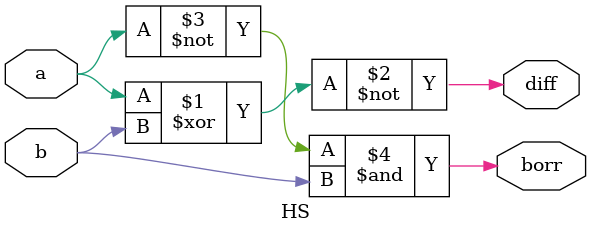
<source format=v>
`timescale 1ns / 1ps
module HS(a,b,diff,borr);
input a,b; output diff,borr;
assign diff=~(a^b);
assign borr=~a&b;
endmodule

</source>
